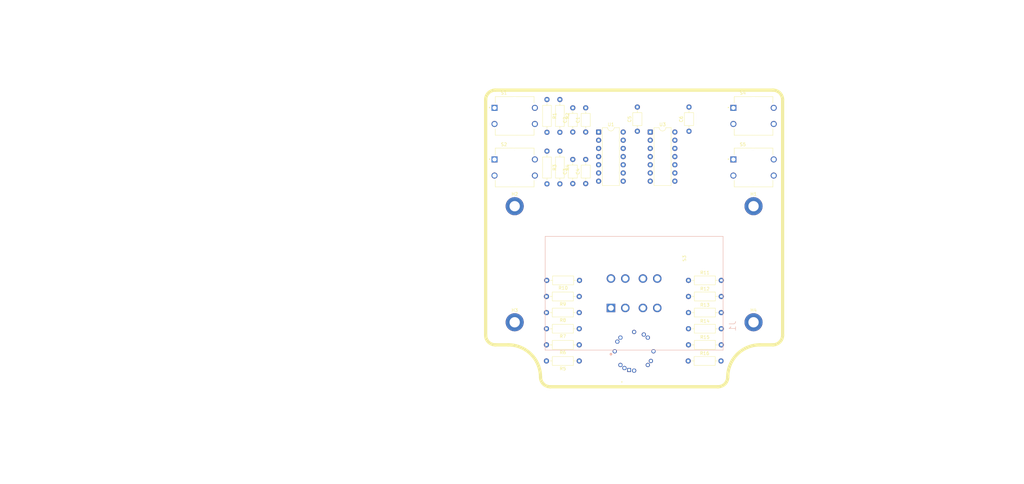
<source format=kicad_pcb>
(kicad_pcb (version 20241229) (generator "pcbnew") (generator_version "9.0")
  (layers (0 "F.Cu" signal) (2 "B.Cu" signal) (13 "F.Paste" user) (15 "B.Paste" user) (5 "F.SilkS" user "F.Silkscreen") (7 "B.SilkS" user "B.Silkscreen") (1 "F.Mask" user) (3 "B.Mask" user) (25 "Edge.Cuts" user))
  (property "AUTHOR" "KAM")
  (property "REV" "1.0")
  (property "REVIEWER" "KAM")
  (net 0 "")
  (net 1 "Net-(C1-Pad1)")
  (net 2 "Net-(C2-Pad1)")
  (net 3 "Net-(C3-Pad1)")
  (net 4 "Net-(C4-Pad1)")
  (net 5 "+5V")
  (net 6 "Net-(R13-Pad1)")
  (net 7 "Net-(R14-Pad1)")
  (net 8 "Net-(R15-Pad1)")
  (net 9 "GND")
  (net 10 "Net-(R16-Pad1)")
  (net 14 "Net-(R5-Pad1)")
  (net 15 "Net-(R6-Pad1)")
  (net 16 "Net-(R7-Pad1)")
  (net 17 "Net-(R8-Pad1)")
  (net 18 "Net-(R9-Pad1)")
  (net 19 "Net-(R10-Pad1)")
  (net 20 "Net-(R11-Pad1)")
  (net 21 "Net-(R12-Pad1)")
  (net 22 "Net-(U3A-C)")
  (net 23 "Net-(U3B-~{R})")
  (net 24 "Net-(U3B-C)")
  (net 25 "Net-(U3A-~{R})")
  (net 27 "Net-(U3A-D)")
  (net 28 "/MAP2")
  (net 29 "/PitLimit")
  (net 30 "/MAP1")
  (net 31 "/TCSW")
  (net 32 "/FuelReset")
  (net 33 "/Neutral")
  (footprint "Capacitor_THT:C_Axial_L3.8mm_D2.6mm_P7.50mm_Horizontal" (layer "F.Cu") (at 122 68 90)
    (property "Reference" "C3" (at 3.75 -2.42 90) (layer "F.SilkS"))
    (property "Value" "100nF")
    (fp_line (start 6.46 0) (end 5.77 0) (stroke (width 0.12)) (layer "F.SilkS"))
    (fp_line (start 1.04 0) (end 1.73 0) (stroke (width 0.12)) (layer "F.SilkS"))
    (fp_rect (start 1.73 -1.42) (end 5.77 1.42) (stroke (width 0.12)) (fill no) (layer "F.SilkS"))
    (pad "1" thru_hole circle (at 0 0 90) (size 1.6 1.6) (drill 0.8) (layers "*.Cu" "*.Mask") (net 3 "Net-(C3-Pad1)"))
    (pad "2" thru_hole circle (at 7.5 0 90) (size 1.6 1.6) (drill 0.8) (layers "*.Cu" "*.Mask") (net 9 "GND"))
  )
  (footprint "Resistor_THT:R_Axial_DIN0207_L6.3mm_D2.5mm_P10.16mm_Horizontal" (layer "F.Cu") (at 124 108 180)
    (property "Reference" "R8" (at 5.08 -2.37 0) (layer "F.SilkS"))
    (property "Value" "412")
    (fp_line (start 9.12 0) (end 8.35 0) (stroke (width 0.12)) (layer "F.SilkS"))
    (fp_line (start 1.04 0) (end 1.81 0) (stroke (width 0.12)) (layer "F.SilkS"))
    (fp_rect (start 1.81 -1.37) (end 8.35 1.37) (stroke (width 0.12)) (fill no) (layer "F.SilkS"))
    (pad "1" thru_hole circle (at 0 0 180) (size 1.6 1.6) (drill 0.8) (layers "*.Cu" "*.Mask") (net 17 "Net-(R8-Pad1)"))
    (pad "2" thru_hole circle (at 10.16 0 180) (size 1.6 1.6) (drill 0.8) (layers "*.Cu" "*.Mask") (net 9 "GND"))
  )
  (footprint "Resistor_THT:R_Axial_DIN0207_L6.3mm_D2.5mm_P10.16mm_Horizontal" (layer "F.Cu") (at 157.84 108)
    (property "Reference" "R13" (at 5.08 -2.37 0) (layer "F.SilkS"))
    (property "Value" "2430")
    (fp_line (start 1.04 0) (end 1.81 0) (stroke (width 0.12)) (layer "F.SilkS"))
    (fp_line (start 9.12 0) (end 8.35 0) (stroke (width 0.12)) (layer "F.SilkS"))
    (fp_rect (start 1.81 -1.37) (end 8.35 1.37) (stroke (width 0.12)) (fill no) (layer "F.SilkS"))
    (pad "1" thru_hole circle (at 0 0) (size 1.6 1.6) (drill 0.8) (layers "*.Cu" "*.Mask") (net 6 "Net-(R13-Pad1)"))
    (pad "2" thru_hole circle (at 10.16 0) (size 1.6 1.6) (drill 0.8) (layers "*.Cu" "*.Mask") (net 9 "GND"))
  )
  (footprint "Capacitor_THT:C_Axial_L3.8mm_D2.6mm_P7.50mm_Horizontal" (layer "F.Cu") (at 126 52 90)
    (property "Reference" "C1" (at 3.75 -2.42 90) (layer "F.SilkS"))
    (property "Value" "100nF")
    (fp_line (start 6.46 0) (end 5.77 0) (stroke (width 0.12)) (layer "F.SilkS"))
    (fp_line (start 1.04 0) (end 1.73 0) (stroke (width 0.12)) (layer "F.SilkS"))
    (fp_rect (start 1.73 -1.42) (end 5.77 1.42) (stroke (width 0.12)) (fill no) (layer "F.SilkS"))
    (pad "1" thru_hole circle (at 0 0 90) (size 1.6 1.6) (drill 0.8) (layers "*.Cu" "*.Mask") (net 1 "Net-(C1-Pad1)"))
    (pad "2" thru_hole circle (at 7.5 0 90) (size 1.6 1.6) (drill 0.8) (layers "*.Cu" "*.Mask") (net 9 "GND"))
  )
  (footprint "Button_Switch_THT:SW_B3F-4055" (layer "F.Cu") (at 104 47)
    (property "Reference" "S1" (at -3.325 -7.135 0) (layer "F.SilkS"))
    (property "Value" "B3F-4055")
    (fp_line (start -6 -6) (end 6 -6) (stroke (width 0.127)) (layer "F.SilkS"))
    (fp_line (start -6 -4) (end -6 -6) (stroke (width 0.127)) (layer "F.SilkS"))
    (fp_line (start -6 4) (end -6 6) (stroke (width 0.127)) (layer "F.SilkS"))
    (fp_line (start -6 6) (end 6 6) (stroke (width 0.127)) (layer "F.SilkS"))
    (fp_line (start 6 -6) (end 6 -4) (stroke (width 0.127)) (layer "F.SilkS"))
    (fp_line (start 6 6) (end 6 4) (stroke (width 0.127)) (layer "F.SilkS"))
    (fp_circle (center -7.8 -2.6) (end -7.7 -2.6) (stroke (width 0.2)) (fill no) (layer "F.SilkS"))
    (pad "" np_thru_hole circle (at 0 -4.5) (size 1.85 1.85) (drill 1.85) (layers "*.Cu" "*.Mask"))
    (pad "" np_thru_hole circle (at 0 4.5) (size 1.85 1.85) (drill 1.85) (layers "*.Cu" "*.Mask"))
    (pad "1" thru_hole rect (at -6.25 -2.5) (size 1.875 1.875) (drill 1.25) (layers "*.Cu" "*.Mask") (net 9 "GND"))
    (pad "2" thru_hole circle (at 6.25 -2.5) (size 1.875 1.875) (drill 1.25) (layers "*.Cu" "*.Mask") (net 9 "GND"))
    (pad "3" thru_hole circle (at -6.25 2.5) (size 1.875 1.875) (drill 1.25) (layers "*.Cu" "*.Mask") (net 1 "Net-(C1-Pad1)"))
    (pad "4" thru_hole circle (at 6.25 2.5) (size 1.875 1.875) (drill 1.25) (layers "*.Cu" "*.Mask") (net 1 "Net-(C1-Pad1)"))
  )
  (footprint "MountingHole:MountingHole_3.2mm_M3_DIN965_Pad" (layer "F.Cu") (at 178 75)
    (property "Reference" "H1" (at 0 -3.75 0) (layer "F.SilkS"))
    (property "Value" "MountingHole_Pad_MP")
    (pad "1" thru_hole circle (at 0 0) (size 5.6 5.6) (drill 3.2) (layers "*.Cu" "*.Mask"))
  )
  (footprint "Package_DIP:DIP-14_W7.62mm" (layer "F.Cu") (at 130 52)
    (property "Reference" "U1" (at 3.81 -2.33 0) (layer "F.SilkS"))
    (property "Value" "74HC7014")
    (fp_line (start 1.16 -1.33) (end 1.16 16.57) (stroke (width 0.12)) (layer "F.SilkS"))
    (fp_line (start 1.16 16.57) (end 6.46 16.57) (stroke (width 0.12)) (layer "F.SilkS"))
    (fp_line (start 2.81 -1.33) (end 1.16 -1.33) (stroke (width 0.12)) (layer "F.SilkS"))
    (fp_line (start 6.46 -1.33) (end 4.81 -1.33) (stroke (width 0.12)) (layer "F.SilkS"))
    (fp_line (start 6.46 16.57) (end 6.46 -1.33) (stroke (width 0.12)) (layer "F.SilkS"))
    (fp_arc (start 4.81 -1.33) (mid 3.81 -0.33) (end 2.81 -1.33) (stroke (width 0.12)) (layer "F.SilkS"))
    (pad "1" thru_hole roundrect (at 0 0) (size 1.6 1.6) (drill 0.8) (layers "*.Cu" "*.Mask") (roundrect_rratio 0.15625) (net 1 "Net-(C1-Pad1)"))
    (pad "2" thru_hole circle (at 0 2.54) (size 1.6 1.6) (drill 0.8) (layers "*.Cu" "*.Mask") (net 22 "Net-(U3A-C)"))
    (pad "3" thru_hole circle (at 0 5.08) (size 1.6 1.6) (drill 0.8) (layers "*.Cu" "*.Mask") (net 2 "Net-(C2-Pad1)"))
    (pad "4" thru_hole circle (at 0 7.62) (size 1.6 1.6) (drill 0.8) (layers "*.Cu" "*.Mask") (net 25 "Net-(U3A-~{R})"))
    (pad "5" thru_hole circle (at 0 10.16) (size 1.6 1.6) (drill 0.8) (layers "*.Cu" "*.Mask") (net 3 "Net-(C3-Pad1)"))
    (pad "6" thru_hole circle (at 0 12.7) (size 1.6 1.6) (drill 0.8) (layers "*.Cu" "*.Mask") (net 24 "Net-(U3B-C)"))
    (pad "7" thru_hole circle (at 0 15.24) (size 1.6 1.6) (drill 0.8) (layers "*.Cu" "*.Mask") (net 9 "GND"))
    (pad "8" thru_hole circle (at 7.62 15.24) (size 1.6 1.6) (drill 0.8) (layers "*.Cu" "*.Mask") (net 23 "Net-(U3B-~{R})"))
    (pad "9" thru_hole circle (at 7.62 12.7) (size 1.6 1.6) (drill 0.8) (layers "*.Cu" "*.Mask") (net 4 "Net-(C4-Pad1)"))
    (pad "10" thru_hole circle (at 7.62 10.16) (size 1.6 1.6) (drill 0.8) (layers "*.Cu" "*.Mask"))
    (pad "11" thru_hole circle (at 7.62 7.62) (size 1.6 1.6) (drill 0.8) (layers "*.Cu" "*.Mask"))
    (pad "12" thru_hole circle (at 7.62 5.08) (size 1.6 1.6) (drill 0.8) (layers "*.Cu" "*.Mask"))
    (pad "13" thru_hole circle (at 7.62 2.54) (size 1.6 1.6) (drill 0.8) (layers "*.Cu" "*.Mask"))
    (pad "14" thru_hole circle (at 7.62 0) (size 1.6 1.6) (drill 0.8) (layers "*.Cu" "*.Mask") (net 5 "+5V"))
  )
  (footprint "Resistor_THT:R_Axial_DIN0207_L6.3mm_D2.5mm_P10.16mm_Horizontal" (layer "F.Cu") (at 157.76 123)
    (property "Reference" "R16" (at 5.08 -2.37 0) (layer "F.SilkS"))
    (property "Value" "23200")
    (fp_line (start 1.04 0) (end 1.81 0) (stroke (width 0.12)) (layer "F.SilkS"))
    (fp_line (start 9.12 0) (end 8.35 0) (stroke (width 0.12)) (layer "F.SilkS"))
    (fp_rect (start 1.81 -1.37) (end 8.35 1.37) (stroke (width 0.12)) (fill no) (layer "F.SilkS"))
    (pad "1" thru_hole circle (at 0 0) (size 1.6 1.6) (drill 0.8) (layers "*.Cu" "*.Mask") (net 10 "Net-(R16-Pad1)"))
    (pad "2" thru_hole circle (at 10.16 0) (size 1.6 1.6) (drill 0.8) (layers "*.Cu" "*.Mask") (net 9 "GND"))
  )
  (footprint "Resistor_THT:R_Axial_DIN0207_L6.3mm_D2.5mm_P10.16mm_Horizontal" (layer "F.Cu") (at 157.84 118)
    (property "Reference" "R15" (at 5.08 -2.37 0) (layer "F.SilkS"))
    (property "Value" "6980")
    (fp_line (start 1.04 0) (end 1.81 0) (stroke (width 0.12)) (layer "F.SilkS"))
    (fp_line (start 9.12 0) (end 8.35 0) (stroke (width 0.12)) (layer "F.SilkS"))
    (fp_rect (start 1.81 -1.37) (end 8.35 1.37) (stroke (width 0.12)) (fill no) (layer "F.SilkS"))
    (pad "1" thru_hole circle (at 0 0) (size 1.6 1.6) (drill 0.8) (layers "*.Cu" "*.Mask") (net 8 "Net-(R15-Pad1)"))
    (pad "2" thru_hole circle (at 10.16 0) (size 1.6 1.6) (drill 0.8) (layers "*.Cu" "*.Mask") (net 9 "GND"))
  )
  (footprint "Resistor_THT:R_Axial_DIN0207_L6.3mm_D2.5mm_P10.16mm_Horizontal" (layer "F.Cu") (at 114 57.92 -90)
    (property "Reference" "R3" (at 5.08 -2.37 90) (layer "F.SilkS"))
    (property "Value" "10k")
    (fp_line (start 1.04 0) (end 1.81 0) (stroke (width 0.12)) (layer "F.SilkS"))
    (fp_line (start 9.12 0) (end 8.35 0) (stroke (width 0.12)) (layer "F.SilkS"))
    (fp_rect (start 1.81 -1.37) (end 8.35 1.37) (stroke (width 0.12)) (fill no) (layer "F.SilkS"))
    (pad "1" thru_hole circle (at 0 0 270) (size 1.6 1.6) (drill 0.8) (layers "*.Cu" "*.Mask") (net 5 "+5V"))
    (pad "2" thru_hole circle (at 10.16 0 270) (size 1.6 1.6) (drill 0.8) (layers "*.Cu" "*.Mask") (net 3 "Net-(C3-Pad1)"))
  )
  (footprint "Resistor_THT:R_Axial_DIN0207_L6.3mm_D2.5mm_P10.16mm_Horizontal" (layer "F.Cu") (at 118 41.92 -90)
    (property "Reference" "R2" (at 5.08 -2.37 90) (layer "F.SilkS"))
    (property "Value" "100k")
    (fp_line (start 1.04 0) (end 1.81 0) (stroke (width 0.12)) (layer "F.SilkS"))
    (fp_line (start 9.12 0) (end 8.35 0) (stroke (width 0.12)) (layer "F.SilkS"))
    (fp_rect (start 1.81 -1.37) (end 8.35 1.37) (stroke (width 0.12)) (fill no) (layer "F.SilkS"))
    (pad "1" thru_hole circle (at 0 0 270) (size 1.6 1.6) (drill 0.8) (layers "*.Cu" "*.Mask") (net 5 "+5V"))
    (pad "2" thru_hole circle (at 10.16 0 270) (size 1.6 1.6) (drill 0.8) (layers "*.Cu" "*.Mask") (net 2 "Net-(C2-Pad1)"))
  )
  (footprint "Resistor_THT:R_Axial_DIN0207_L6.3mm_D2.5mm_P10.16mm_Horizontal" (layer "F.Cu") (at 114 41.92 -90)
    (property "Reference" "R1" (at 5.08 -2.37 90) (layer "F.SilkS"))
    (property "Value" "10k")
    (fp_line (start 1.04 0) (end 1.81 0) (stroke (width 0.12)) (layer "F.SilkS"))
    (fp_line (start 9.12 0) (end 8.35 0) (stroke (width 0.12)) (layer "F.SilkS"))
    (fp_rect (start 1.81 -1.37) (end 8.35 1.37) (stroke (width 0.12)) (fill no) (layer "F.SilkS"))
    (pad "1" thru_hole circle (at 0 0 270) (size 1.6 1.6) (drill 0.8) (layers "*.Cu" "*.Mask") (net 5 "+5V"))
    (pad "2" thru_hole circle (at 10.16 0 270) (size 1.6 1.6) (drill 0.8) (layers "*.Cu" "*.Mask") (net 1 "Net-(C1-Pad1)"))
  )
  (footprint "Resistor_THT:R_Axial_DIN0207_L6.3mm_D2.5mm_P10.16mm_Horizontal" (layer "F.Cu") (at 124 103 180)
    (property "Reference" "R9" (at 5.08 -2.37 0) (layer "F.SilkS"))
    (property "Value" "604")
    (fp_line (start 9.12 0) (end 8.35 0) (stroke (width 0.12)) (layer "F.SilkS"))
    (fp_line (start 1.04 0) (end 1.81 0) (stroke (width 0.12)) (layer "F.SilkS"))
    (fp_rect (start 1.81 -1.37) (end 8.35 1.37) (stroke (width 0.12)) (fill no) (layer "F.SilkS"))
    (pad "1" thru_hole circle (at 0 0 180) (size 1.6 1.6) (drill 0.8) (layers "*.Cu" "*.Mask") (net 18 "Net-(R9-Pad1)"))
    (pad "2" thru_hole circle (at 10.16 0 180) (size 1.6 1.6) (drill 0.8) (layers "*.Cu" "*.Mask") (net 9 "GND"))
  )
  (footprint "Resistor_THT:R_Axial_DIN0207_L6.3mm_D2.5mm_P10.16mm_Horizontal" (layer "F.Cu") (at 157.84 103)
    (property "Reference" "R12" (at 5.08 -2.37 0) (layer "F.SilkS"))
    (property "Value" "1650")
    (fp_line (start 1.04 0) (end 1.81 0) (stroke (width 0.12)) (layer "F.SilkS"))
    (fp_line (start 9.12 0) (end 8.35 0) (stroke (width 0.12)) (layer "F.SilkS"))
    (fp_rect (start 1.81 -1.37) (end 8.35 1.37) (stroke (width 0.12)) (fill no) (layer "F.SilkS"))
    (pad "1" thru_hole circle (at 0 0) (size 1.6 1.6) (drill 0.8) (layers "*.Cu" "*.Mask") (net 21 "Net-(R12-Pad1)"))
    (pad "2" thru_hole circle (at 10.16 0) (size 1.6 1.6) (drill 0.8) (layers "*.Cu" "*.Mask") (net 9 "GND"))
  )
  (footprint "Capacitor_THT:C_Axial_L3.8mm_D2.6mm_P7.50mm_Horizontal" (layer "F.Cu") (at 122 52 90)
    (property "Reference" "C2" (at 3.75 -2.42 90) (layer "F.SilkS"))
    (property "Value" "100nF")
    (fp_line (start 6.46 0) (end 5.77 0) (stroke (width 0.12)) (layer "F.SilkS"))
    (fp_line (start 1.04 0) (end 1.73 0) (stroke (width 0.12)) (layer "F.SilkS"))
    (fp_rect (start 1.73 -1.42) (end 5.77 1.42) (stroke (width 0.12)) (fill no) (layer "F.SilkS"))
    (pad "1" thru_hole circle (at 0 0 90) (size 1.6 1.6) (drill 0.8) (layers "*.Cu" "*.Mask") (net 2 "Net-(C2-Pad1)"))
    (pad "2" thru_hole circle (at 7.5 0 90) (size 1.6 1.6) (drill 0.8) (layers "*.Cu" "*.Mask") (net 9 "GND"))
  )
  (footprint "Package_DIP:DIP-14_W7.62mm" (layer "F.Cu") (at 146 52)
    (property "Reference" "U3" (at 3.81 -2.33 0) (layer "F.SilkS"))
    (property "Value" "74HCT74")
    (fp_line (start 1.16 -1.33) (end 1.16 16.57) (stroke (width 0.12)) (layer "F.SilkS"))
    (fp_line (start 1.16 16.57) (end 6.46 16.57) (stroke (width 0.12)) (layer "F.SilkS"))
    (fp_line (start 2.81 -1.33) (end 1.16 -1.33) (stroke (width 0.12)) (layer "F.SilkS"))
    (fp_line (start 6.46 -1.33) (end 4.81 -1.33) (stroke (width 0.12)) (layer "F.SilkS"))
    (fp_line (start 6.46 16.57) (end 6.46 -1.33) (stroke (width 0.12)) (layer "F.SilkS"))
    (fp_arc (start 4.81 -1.33) (mid 3.81 -0.33) (end 2.81 -1.33) (stroke (width 0.12)) (layer "F.SilkS"))
    (pad "1" thru_hole roundrect (at 0 0) (size 1.6 1.6) (drill 0.8) (layers "*.Cu" "*.Mask") (roundrect_rratio 0.15625) (net 25 "Net-(U3A-~{R})"))
    (pad "2" thru_hole circle (at 0 2.54) (size 1.6 1.6) (drill 0.8) (layers "*.Cu" "*.Mask") (net 27 "Net-(U3A-D)"))
    (pad "3" thru_hole circle (at 0 5.08) (size 1.6 1.6) (drill 0.8) (layers "*.Cu" "*.Mask") (net 22 "Net-(U3A-C)"))
    (pad "4" thru_hole circle (at 0 7.62) (size 1.6 1.6) (drill 0.8) (layers "*.Cu" "*.Mask") (net 5 "+5V"))
    (pad "5" thru_hole circle (at 0 10.16) (size 1.6 1.6) (drill 0.8) (layers "*.Cu" "*.Mask") (net 29 "/PitLimit"))
    (pad "6" thru_hole circle (at 0 12.7) (size 1.6 1.6) (drill 0.8) (layers "*.Cu" "*.Mask") (net 27 "Net-(U3A-D)"))
    (pad "7" thru_hole circle (at 0 15.24) (size 1.6 1.6) (drill 0.8) (layers "*.Cu" "*.Mask") (net 9 "GND"))
    (pad "8" thru_hole circle (at 7.62 15.24) (size 1.6 1.6) (drill 0.8) (layers "*.Cu" "*.Mask") (net 30 "/MAP1"))
    (pad "9" thru_hole circle (at 7.62 12.7) (size 1.6 1.6) (drill 0.8) (layers "*.Cu" "*.Mask") (net 28 "/MAP2"))
    (pad "10" thru_hole circle (at 7.62 10.16) (size 1.6 1.6) (drill 0.8) (layers "*.Cu" "*.Mask") (net 5 "+5V"))
    (pad "11" thru_hole circle (at 7.62 7.62) (size 1.6 1.6) (drill 0.8) (layers "*.Cu" "*.Mask") (net 24 "Net-(U3B-C)"))
    (pad "12" thru_hole circle (at 7.62 5.08) (size 1.6 1.6) (drill 0.8) (layers "*.Cu" "*.Mask") (net 30 "/MAP1"))
    (pad "13" thru_hole circle (at 7.62 2.54) (size 1.6 1.6) (drill 0.8) (layers "*.Cu" "*.Mask") (net 23 "Net-(U3B-~{R})"))
    (pad "14" thru_hole circle (at 7.62 0) (size 1.6 1.6) (drill 0.8) (layers "*.Cu" "*.Mask") (net 5 "+5V"))
  )
  (footprint "Capacitor_THT:C_Axial_L3.8mm_D2.6mm_P7.50mm_Horizontal" (layer "F.Cu") (at 142 51.75 90)
    (property "Reference" "C5" (at 3.75 -2.42 90) (layer "F.SilkS"))
    (property "Value" "100nF")
    (fp_line (start 6.46 0) (end 5.77 0) (stroke (width 0.12)) (layer "F.SilkS"))
    (fp_line (start 1.04 0) (end 1.73 0) (stroke (width 0.12)) (layer "F.SilkS"))
    (fp_rect (start 1.73 -1.42) (end 5.77 1.42) (stroke (width 0.12)) (fill no) (layer "F.SilkS"))
    (pad "1" thru_hole circle (at 0 0 90) (size 1.6 1.6) (drill 0.8) (layers "*.Cu" "*.Mask") (net 5 "+5V"))
    (pad "2" thru_hole circle (at 7.5 0 90) (size 1.6 1.6) (drill 0.8) (layers "*.Cu" "*.Mask") (net 9 "GND"))
  )
  (footprint "MountingHole:MountingHole_3.2mm_M3_DIN965_Pad" (layer "F.Cu") (at 104 75)
    (property "Reference" "H2" (at 0 -3.75 0) (layer "F.SilkS"))
    (property "Value" "MountingHole_Pad_MP")
    (pad "1" thru_hole circle (at 0 0) (size 5.6 5.6) (drill 3.2) (layers "*.Cu" "*.Mask"))
  )
  (footprint "Resistor_THT:R_Axial_DIN0207_L6.3mm_D2.5mm_P10.16mm_Horizontal" (layer "F.Cu") (at 124.08 98 180)
    (property "Reference" "R10" (at 5.08 -2.37 0) (layer "F.SilkS"))
    (property "Value" "845")
    (fp_line (start 9.12 0) (end 8.35 0) (stroke (width 0.12)) (layer "F.SilkS"))
    (fp_line (start 1.04 0) (end 1.81 0) (stroke (width 0.12)) (layer "F.SilkS"))
    (fp_rect (start 1.81 -1.37) (end 8.35 1.37) (stroke (width 0.12)) (fill no) (layer "F.SilkS"))
    (pad "1" thru_hole circle (at 0 0 180) (size 1.6 1.6) (drill 0.8) (layers "*.Cu" "*.Mask") (net 19 "Net-(R10-Pad1)"))
    (pad "2" thru_hole circle (at 10.16 0 180) (size 1.6 1.6) (drill 0.8) (layers "*.Cu" "*.Mask") (net 9 "GND"))
  )
  (footprint "Resistor_THT:R_Axial_DIN0207_L6.3mm_D2.5mm_P10.16mm_Horizontal" (layer "F.Cu") (at 124 113 180)
    (property "Reference" "R7" (at 5.08 -2.37 0) (layer "F.SilkS"))
    (property "Value" "261")
    (fp_line (start 9.12 0) (end 8.35 0) (stroke (width 0.12)) (layer "F.SilkS"))
    (fp_line (start 1.04 0) (end 1.81 0) (stroke (width 0.12)) (layer "F.SilkS"))
    (fp_rect (start 1.81 -1.37) (end 8.35 1.37) (stroke (width 0.12)) (fill no) (layer "F.SilkS"))
    (pad "1" thru_hole circle (at 0 0 180) (size 1.6 1.6) (drill 0.8) (layers "*.Cu" "*.Mask") (net 16 "Net-(R7-Pad1)"))
    (pad "2" thru_hole circle (at 10.16 0 180) (size 1.6 1.6) (drill 0.8) (layers "*.Cu" "*.Mask") (net 9 "GND"))
  )
  (footprint "Capacitor_THT:C_Axial_L3.8mm_D2.6mm_P7.50mm_Horizontal" (layer "F.Cu") (at 126 68 90)
    (property "Reference" "C4" (at 3.75 -2.42 90) (layer "F.SilkS"))
    (property "Value" "100nF")
    (fp_line (start 6.46 0) (end 5.77 0) (stroke (width 0.12)) (layer "F.SilkS"))
    (fp_line (start 1.04 0) (end 1.73 0) (stroke (width 0.12)) (layer "F.SilkS"))
    (fp_rect (start 1.73 -1.42) (end 5.77 1.42) (stroke (width 0.12)) (fill no) (layer "F.SilkS"))
    (pad "1" thru_hole circle (at 0 0 90) (size 1.6 1.6) (drill 0.8) (layers "*.Cu" "*.Mask") (net 4 "Net-(C4-Pad1)"))
    (pad "2" thru_hole circle (at 7.5 0 90) (size 1.6 1.6) (drill 0.8) (layers "*.Cu" "*.Mask") (net 9 "GND"))
  )
  (footprint "Button_Switch_THT:SW_B3F-4055" (layer "F.Cu") (at 104 63)
    (property "Reference" "S2" (at -3.325 -7.135 0) (layer "F.SilkS"))
    (property "Value" "B3F-4055")
    (fp_line (start -6 -6) (end 6 -6) (stroke (width 0.127)) (layer "F.SilkS"))
    (fp_line (start -6 -4) (end -6 -6) (stroke (width 0.127)) (layer "F.SilkS"))
    (fp_line (start -6 4) (end -6 6) (stroke (width 0.127)) (layer "F.SilkS"))
    (fp_line (start -6 6) (end 6 6) (stroke (width 0.127)) (layer "F.SilkS"))
    (fp_line (start 6 -6) (end 6 -4) (stroke (width 0.127)) (layer "F.SilkS"))
    (fp_line (start 6 6) (end 6 4) (stroke (width 0.127)) (layer "F.SilkS"))
    (fp_circle (center -7.8 -2.6) (end -7.7 -2.6) (stroke (width 0.2)) (fill no) (layer "F.SilkS"))
    (pad "" np_thru_hole circle (at 0 -4.5) (size 1.85 1.85) (drill 1.85) (layers "*.Cu" "*.Mask"))
    (pad "" np_thru_hole circle (at 0 4.5) (size 1.85 1.85) (drill 1.85) (layers "*.Cu" "*.Mask"))
    (pad "1" thru_hole rect (at -6.25 -2.5) (size 1.875 1.875) (drill 1.25) (layers "*.Cu" "*.Mask") (net 9 "GND"))
    (pad "2" thru_hole circle (at 6.25 -2.5) (size 1.875 1.875) (drill 1.25) (layers "*.Cu" "*.Mask") (net 9 "GND"))
    (pad "3" thru_hole circle (at -6.25 2.5) (size 1.875 1.875) (drill 1.25) (layers "*.Cu" "*.Mask") (net 3 "Net-(C3-Pad1)"))
    (pad "4" thru_hole circle (at 6.25 2.5) (size 1.875 1.875) (drill 1.25) (layers "*.Cu" "*.Mask") (net 3 "Net-(C3-Pad1)"))
  )
  (footprint "Resistor_THT:R_Axial_DIN0207_L6.3mm_D2.5mm_P10.16mm_Horizontal" (layer "F.Cu") (at 124 118 180)
    (property "Reference" "R6" (at 5.08 -2.37 0) (layer "F.SilkS"))
    (property "Value" "143")
    (fp_line (start 9.12 0) (end 8.35 0) (stroke (width 0.12)) (layer "F.SilkS"))
    (fp_line (start 1.04 0) (end 1.81 0) (stroke (width 0.12)) (layer "F.SilkS"))
    (fp_rect (start 1.81 -1.37) (end 8.35 1.37) (stroke (width 0.12)) (fill no) (layer "F.SilkS"))
    (pad "1" thru_hole circle (at 0 0 180) (size 1.6 1.6) (drill 0.8) (layers "*.Cu" "*.Mask") (net 15 "Net-(R6-Pad1)"))
    (pad "2" thru_hole circle (at 10.16 0 180) (size 1.6 1.6) (drill 0.8) (layers "*.Cu" "*.Mask") (net 9 "GND"))
  )
  (footprint "Capacitor_THT:C_Axial_L3.8mm_D2.6mm_P7.50mm_Horizontal" (layer "F.Cu") (at 158 51.75 90)
    (property "Reference" "C6" (at 3.75 -2.42 90) (layer "F.SilkS"))
    (property "Value" "100nF")
    (fp_line (start 6.46 0) (end 5.77 0) (stroke (width 0.12)) (layer "F.SilkS"))
    (fp_line (start 1.04 0) (end 1.73 0) (stroke (width 0.12)) (layer "F.SilkS"))
    (fp_rect (start 1.73 -1.42) (end 5.77 1.42) (stroke (width 0.12)) (fill no) (layer "F.SilkS"))
    (pad "1" thru_hole circle (at 0 0 90) (size 1.6 1.6) (drill 0.8) (layers "*.Cu" "*.Mask") (net 5 "+5V"))
    (pad "2" thru_hole circle (at 7.5 0 90) (size 1.6 1.6) (drill 0.8) (layers "*.Cu" "*.Mask") (net 9 "GND"))
  )
  (footprint "MRK112_A (3):SW_MRK112-A" (layer "F.Cu") (at 141 120)
    (property "Reference" "S3" (at 15.555 -28.825 270) (layer "F.SilkS"))
    (property "Value" "MRK112-A")
    (fp_circle (center -3.8 9.5) (end -3.7 9.5) (stroke (width 0.2)) (fill no) (layer "F.SilkS"))
    (pad "1" thru_hole rect (at -1.5529 5.7956) (size 1.2 1.2) (drill 0.8) (layers "*.Cu" "*.Mask") (net 14 "Net-(R5-Pad1)"))
    (pad "2" thru_hole circle (at -3 5.1962) (size 1.308 1.308) (drill 0.8) (layers "*.Cu" "*.Mask") (net 15 "Net-(R6-Pad1)"))
    (pad "3" thru_hole circle (at -4.2426 4.2426) (size 1.308 1.308) (drill 0.8) (layers "*.Cu" "*.Mask") (net 16 "Net-(R7-Pad1)"))
    (pad "4" thru_hole circle (at -6 0) (size 1.308 1.308) (drill 0.8) (layers "*.Cu" "*.Mask") (net 17 "Net-(R8-Pad1)"))
    (pad "5" thru_hole circle (at -5.1962 -3) (size 1.308 1.308) (drill 0.8) (layers "*.Cu" "*.Mask") (net 18 "Net-(R9-Pad1)"))
    (pad "6" thru_hole circle (at -4.2426 -4.2426) (size 1.308 1.308) (drill 0.8) (layers "*.Cu" "*.Mask") (net 19 "Net-(R10-Pad1)"))
    (pad "7" thru_hole circle (at 0 -6) (size 1.308 1.308) (drill 0.8) (layers "*.Cu" "*.Mask") (net 20 "Net-(R11-Pad1)"))
    (pad "8" thru_hole circle (at 3 -5.1962) (size 1.308 1.308) (drill 0.8) (layers "*.Cu" "*.Mask") (net 21 "Net-(R12-Pad1)"))
    (pad "9" thru_hole circle (at 4.2426 -4.2426) (size 1.308 1.308) (drill 0.8) (layers "*.Cu" "*.Mask") (net 6 "Net-(R13-Pad1)"))
    (pad "10" thru_hole circle (at 6 0) (size 1.308 1.308) (drill 0.8) (layers "*.Cu" "*.Mask") (net 7 "Net-(R14-Pad1)"))
    (pad "11" thru_hole circle (at 5.1962 3) (size 1.308 1.308) (drill 0.8) (layers "*.Cu" "*.Mask") (net 8 "Net-(R15-Pad1)"))
    (pad "12" thru_hole circle (at 4.2426 4.2426) (size 1.308 1.308) (drill 0.8) (layers "*.Cu" "*.Mask") (net 10 "Net-(R16-Pad1)"))
    (pad "A" thru_hole circle (at 0 6) (size 1.308 1.308) (drill 0.8) (layers "*.Cu" "*.Mask") (net 31 "/TCSW"))
  )
  (footprint "MountingHole:MountingHole_3.2mm_M3_DIN965_Pad" (layer "F.Cu") (at 178 111)
    (property "Reference" "H4" (at 0 -3.75 0) (layer "F.SilkS"))
    (property "Value" "MountingHole_Pad_MP")
    (pad "1" thru_hole circle (at 0 0) (size 5.6 5.6) (drill 3.2) (layers "*.Cu" "*.Mask"))
  )
  (footprint "Button_Switch_THT:SW_B3F-4055" (layer "F.Cu") (at 178 63)
    (property "Reference" "S5" (at -3.325 -7.135 0) (layer "F.SilkS"))
    (property "Value" "B3F-4055")
    (fp_line (start -6 -6) (end 6 -6) (stroke (width 0.127)) (layer "F.SilkS"))
    (fp_line (start -6 -4) (end -6 -6) (stroke (width 0.127)) (layer "F.SilkS"))
    (fp_line (start -6 4) (end -6 6) (stroke (width 0.127)) (layer "F.SilkS"))
    (fp_line (start -6 6) (end 6 6) (stroke (width 0.127)) (layer "F.SilkS"))
    (fp_line (start 6 -6) (end 6 -4) (stroke (width 0.127)) (layer "F.SilkS"))
    (fp_line (start 6 6) (end 6 4) (stroke (width 0.127)) (layer "F.SilkS"))
    (fp_circle (center -7.8 -2.6) (end -7.7 -2.6) (stroke (width 0.2)) (fill no) (layer "F.SilkS"))
    (pad "" np_thru_hole circle (at 0 -4.5) (size 1.85 1.85) (drill 1.85) (layers "*.Cu" "*.Mask"))
    (pad "" np_thru_hole circle (at 0 4.5) (size 1.85 1.85) (drill 1.85) (layers "*.Cu" "*.Mask"))
    (pad "1" thru_hole rect (at -6.25 -2.5) (size 1.875 1.875) (drill 1.25) (layers "*.Cu" "*.Mask") (net 9 "GND"))
    (pad "2" thru_hole circle (at 6.25 -2.5) (size 1.875 1.875) (drill 1.25) (layers "*.Cu" "*.Mask") (net 9 "GND"))
    (pad "3" thru_hole circle (at -6.25 2.5) (size 1.875 1.875) (drill 1.25) (layers "*.Cu" "*.Mask") (net 33 "/Neutral"))
    (pad "4" thru_hole circle (at 6.25 2.5) (size 1.875 1.875) (drill 1.25) (layers "*.Cu" "*.Mask") (net 33 "/Neutral"))
  )
  (footprint "Resistor_THT:R_Axial_DIN0207_L6.3mm_D2.5mm_P10.16mm_Horizontal" (layer "F.Cu") (at 157.84 113)
    (property "Reference" "R14" (at 5.08 -2.37 0) (layer "F.SilkS"))
    (property "Value" "3830")
    (fp_line (start 1.04 0) (end 1.81 0) (stroke (width 0.12)) (layer "F.SilkS"))
    (fp_line (start 9.12 0) (end 8.35 0) (stroke (width 0.12)) (layer "F.SilkS"))
    (fp_rect (start 1.81 -1.37) (end 8.35 1.37) (stroke (width 0.12)) (fill no) (layer "F.SilkS"))
    (pad "1" thru_hole circle (at 0 0) (size 1.6 1.6) (drill 0.8) (layers "*.Cu" "*.Mask") (net 7 "Net-(R14-Pad1)"))
    (pad "2" thru_hole circle (at 10.16 0) (size 1.6 1.6) (drill 0.8) (layers "*.Cu" "*.Mask") (net 9 "GND"))
  )
  (footprint "Resistor_THT:R_Axial_DIN0207_L6.3mm_D2.5mm_P10.16mm_Horizontal" (layer "F.Cu") (at 124 123 180)
    (property "Reference" "R5" (at 5.08 -2.37 0) (layer "F.SilkS"))
    (property "Value" "43.2")
    (fp_line (start 9.12 0) (end 8.35 0) (stroke (width 0.12)) (layer "F.SilkS"))
    (fp_line (start 1.04 0) (end 1.81 0) (stroke (width 0.12)) (layer "F.SilkS"))
    (fp_rect (start 1.81 -1.37) (end 8.35 1.37) (stroke (width 0.12)) (fill no) (layer "F.SilkS"))
    (pad "1" thru_hole circle (at 0 0 180) (size 1.6 1.6) (drill 0.8) (layers "*.Cu" "*.Mask") (net 14 "Net-(R5-Pad1)"))
    (pad "2" thru_hole circle (at 10.16 0 180) (size 1.6 1.6) (drill 0.8) (layers "*.Cu" "*.Mask") (net 9 "GND"))
  )
  (footprint "MountingHole:MountingHole_3.2mm_M3_DIN965_Pad" (layer "F.Cu") (at 104 111)
    (property "Reference" "H3" (at 0 -3.75 0) (layer "F.SilkS"))
    (property "Value" "MountingHole_Pad_MP")
    (pad "1" thru_hole circle (at 0 0) (size 5.6 5.6) (drill 3.2) (layers "*.Cu" "*.Mask"))
  )
  (footprint "Resistor_THT:R_Axial_DIN0207_L6.3mm_D2.5mm_P10.16mm_Horizontal" (layer "F.Cu") (at 157.84 98)
    (property "Reference" "R11" (at 5.08 -2.37 0) (layer "F.SilkS"))
    (property "Value" "1180")
    (fp_line (start 1.04 0) (end 1.81 0) (stroke (width 0.12)) (layer "F.SilkS"))
    (fp_line (start 9.12 0) (end 8.35 0) (stroke (width 0.12)) (layer "F.SilkS"))
    (fp_rect (start 1.81 -1.37) (end 8.35 1.37) (stroke (width 0.12)) (fill no) (layer "F.SilkS"))
    (pad "1" thru_hole circle (at 0 0) (size 1.6 1.6) (drill 0.8) (layers "*.Cu" "*.Mask") (net 20 "Net-(R11-Pad1)"))
    (pad "2" thru_hole circle (at 10.16 0) (size 1.6 1.6) (drill 0.8) (layers "*.Cu" "*.Mask") (net 9 "GND"))
  )
  (footprint "Button_Switch_THT:SW_B3F-4055" (layer "F.Cu") (at 178 47)
    (property "Reference" "S4" (at -3.325 -7.135 0) (layer "F.SilkS"))
    (property "Value" "B3F-4055")
    (fp_line (start -6 -6) (end 6 -6) (stroke (width 0.127)) (layer "F.SilkS"))
    (fp_line (start -6 -4) (end -6 -6) (stroke (width 0.127)) (layer "F.SilkS"))
    (fp_line (start -6 4) (end -6 6) (stroke (width 0.127)) (layer "F.SilkS"))
    (fp_line (start -6 6) (end 6 6) (stroke (width 0.127)) (layer "F.SilkS"))
    (fp_line (start 6 -6) (end 6 -4) (stroke (width 0.127)) (layer "F.SilkS"))
    (fp_line (start 6 6) (end 6 4) (stroke (width 0.127)) (layer "F.SilkS"))
    (fp_circle (center -7.8 -2.6) (end -7.7 -2.6) (stroke (width 0.2)) (fill no) (layer "F.SilkS"))
    (pad "" np_thru_hole circle (at 0 -4.5) (size 1.85 1.85) (drill 1.85) (layers "*.Cu" "*.Mask"))
    (pad "" np_thru_hole circle (at 0 4.5) (size 1.85 1.85) (drill 1.85) (layers "*.Cu" "*.Mask"))
    (pad "1" thru_hole rect (at -6.25 -2.5) (size 1.875 1.875) (drill 1.25) (layers "*.Cu" "*.Mask") (net 5 "+5V"))
    (pad "2" thru_hole circle (at 6.25 -2.5) (size 1.875 1.875) (drill 1.25) (layers "*.Cu" "*.Mask") (net 5 "+5V"))
    (pad "3" thru_hole circle (at -6.25 2.5) (size 1.875 1.875) (drill 1.25) (layers "*.Cu" "*.Mask") (net 32 "/FuelReset"))
    (pad "4" thru_hole circle (at 6.25 2.5) (size 1.875 1.875) (drill 1.25) (layers "*.Cu" "*.Mask") (net 32 "/FuelReset"))
  )
  (footprint "Resistor_THT:R_Axial_DIN0207_L6.3mm_D2.5mm_P10.16mm_Horizontal" (layer "F.Cu") (at 118 57.92 -90)
    (property "Reference" "R4" (at 5.08 -2.37 90) (layer "F.SilkS"))
    (property "Value" "100k")
    (fp_line (start 1.04 0) (end 1.81 0) (stroke (width 0.12)) (layer "F.SilkS"))
    (fp_line (start 9.12 0) (end 8.35 0) (stroke (width 0.12)) (layer "F.SilkS"))
    (fp_rect (start 1.81 -1.37) (end 8.35 1.37) (stroke (width 0.12)) (fill no) (layer "F.SilkS"))
    (pad "1" thru_hole circle (at 0 0 270) (size 1.6 1.6) (drill 0.8) (layers "*.Cu" "*.Mask") (net 5 "+5V"))
    (pad "2" thru_hole circle (at 10.16 0 270) (size 1.6 1.6) (drill 0.8) (layers "*.Cu" "*.Mask") (net 4 "Net-(C4-Pad1)"))
  )
  (footprint "Connector_DTM:TE_DT15-08PA" (layer "B.Cu") (at 141 102 90)
    (property "Reference" "J1" (at -10.166625 30.500035 90) (layer "B.SilkS") (effects (font (size 2.001315 2.001315)) (justify mirror)))
    (property "Value" "DT15-08PA")
    (fp_line (start 17.63 -27.56) (end -17.63 -27.56) (stroke (width 0.1524)) (layer "B.SilkS"))
    (fp_line (start -17.63 -27.56) (end -17.63 27.56) (stroke (width 0.1524)) (layer "B.SilkS"))
    (fp_line (start 17.63 27.56) (end 17.63 -27.56) (stroke (width 0.1524)) (layer "B.SilkS"))
    (fp_line (start -17.63 27.56) (end 17.63 27.56) (stroke (width 0.1524)) (layer "B.SilkS"))
    (fp_circle (center -18.9 -7.18) (end -18.7 -7.18) (stroke (width 0.4)) (fill no) (layer "B.SilkS"))
    (pad "" np_thru_hole circle (at -10.67 -13.59 90) (size 2.99 2.99) (drill 2.99) (layers "*.Cu" "*.Mask"))
    (pad "" np_thru_hole circle (at -10.67 13.59 90) (size 2.99 2.99) (drill 2.99) (layers "*.Cu" "*.Mask"))
    (pad "" np_thru_hole circle (at 10.67 -13.59 90) (size 2.99 2.99) (drill 2.99) (layers "*.Cu" "*.Mask"))
    (pad "" np_thru_hole circle (at 10.67 13.59 90) (size 2.99 2.99) (drill 2.99) (layers "*.Cu" "*.Mask"))
    (pad "1" thru_hole rect (at -4.56 -7.18 90) (size 2.655 2.655) (drill 1.77) (layers "*.Cu" "*.Mask") (net 5 "+5V"))
    (pad "2" thru_hole circle (at -4.56 -2.73 90) (size 2.655 2.655) (drill 1.77) (layers "*.Cu" "*.Mask") (net 31 "/TCSW"))
    (pad "3" thru_hole circle (at -4.56 2.73 90) (size 2.655 2.655) (drill 1.77) (layers "*.Cu" "*.Mask") (net 28 "/MAP2"))
    (pad "4" thru_hole circle (at -4.56 7.17 90) (size 2.655 2.655) (drill 1.77) (layers "*.Cu" "*.Mask") (net 30 "/MAP1"))
    (pad "5" thru_hole circle (at 4.56 7.17 90) (size 2.655 2.655) (drill 1.77) (layers "*.Cu" "*.Mask") (net 29 "/PitLimit"))
    (pad "6" thru_hole circle (at 4.56 2.73 90) (size 2.655 2.655) (drill 1.77) (layers "*.Cu" "*.Mask") (net 32 "/FuelReset"))
    (pad "7" thru_hole circle (at 4.56 -2.73 90) (size 2.655 2.655) (drill 1.77) (layers "*.Cu" "*.Mask") (net 33 "/Neutral"))
    (pad "8" thru_hole circle (at 4.56 -7.18 90) (size 2.655 2.655) (drill 1.77) (layers "*.Cu" "*.Mask") (net 9 "GND"))
  )
  (gr_arc (start 115 131) (mid 112.87868 130.12132) (end 112 128) (stroke (width 1)) (layer "F.SilkS"))
  (gr_line (start 98 39) (end 184 39) (stroke (width 1)) (layer "F.SilkS"))
  (gr_arc (start 170 128) (mid 172.928932 120.928932) (end 180 118) (stroke (width 1)) (layer "F.SilkS"))
  (gr_line (start 102 118) (end 98 118) (stroke (width 1)) (layer "F.SilkS"))
  (gr_arc (start 98 118) (mid 95.87868 117.12132) (end 95 115) (stroke (width 1)) (layer "F.SilkS"))
  (gr_line (start 184 118) (end 180 118) (stroke (width 1)) (layer "F.SilkS"))
  (gr_arc (start 184 39) (mid 186.12132 39.87868) (end 187 42) (stroke (width 1)) (layer "F.SilkS"))
  (gr_line (start 95 115) (end 95 42) (stroke (width 1)) (layer "F.SilkS"))
  (gr_arc (start 95 42) (mid 95.87868 39.87868) (end 98 39) (stroke (width 1)) (layer "F.SilkS"))
  (gr_arc (start 102 118) (mid 109.071068 120.928932) (end 112 128) (stroke (width 1)) (layer "F.SilkS"))
  (gr_line (start 167 131) (end 115 131) (stroke (width 1)) (layer "F.SilkS"))
  (gr_line (start 187 42) (end 187 115) (stroke (width 1)) (layer "F.SilkS"))
  (gr_arc (start 170 128) (mid 169.12132 130.12132) (end 167 131) (stroke (width 1)) (layer "F.SilkS"))
  (gr_arc (start 187 115) (mid 186.12132 117.12132) (end 184 118) (stroke (width 1)) (layer "F.SilkS"))
  (gr_arc (start 170 128) (mid 169.12132 130.12132) (end 167 131) (stroke (width 0.05)) (layer "Edge.Cuts"))
  (gr_arc (start 170 128) (mid 172.928932 120.928932) (end 180 118) (stroke (width 0.05)) (layer "Edge.Cuts"))
  (gr_line (start 115 131) (end 167 131) (stroke (width 0.05)) (layer "Edge.Cuts"))
  (gr_line (start 98 118) (end 102 118) (stroke (width 0.05)) (layer "Edge.Cuts"))
  (gr_line (start 187 42) (end 187 115) (stroke (width 0.05)) (layer "Edge.Cuts"))
  (gr_arc (start 115 131) (mid 112.87868 130.12132) (end 112 128) (stroke (width 0.05)) (layer "Edge.Cuts"))
  (gr_arc (start 98 118) (mid 95.87868 117.12132) (end 95 115) (stroke (width 0.05)) (layer "Edge.Cuts"))
  (gr_arc (start 95 42) (mid 95.87868 39.87868) (end 98 39) (stroke (width 0.05)) (layer "Edge.Cuts"))
  (gr_line (start 98 39) (end 184 39) (stroke (width 0.05)) (layer "Edge.Cuts"))
  (gr_arc (start 184 39) (mid 186.12132 39.87868) (end 187 42) (stroke (width 0.05)) (layer "Edge.Cuts"))
  (gr_arc (start 102 118) (mid 109.071068 120.928932) (end 112 128) (stroke (width 0.05)) (layer "Edge.Cuts"))
  (gr_arc (start 187 115) (mid 186.12132 117.12132) (end 184 118) (stroke (width 0.05)) (layer "Edge.Cuts"))
  (gr_line (start 184 118) (end 180 118) (stroke (width 0.05)) (layer "Edge.Cuts"))
  (gr_line (start 95 42) (end 95 115) (stroke (width 0.05)) (layer "Edge.Cuts"))
)
</source>
